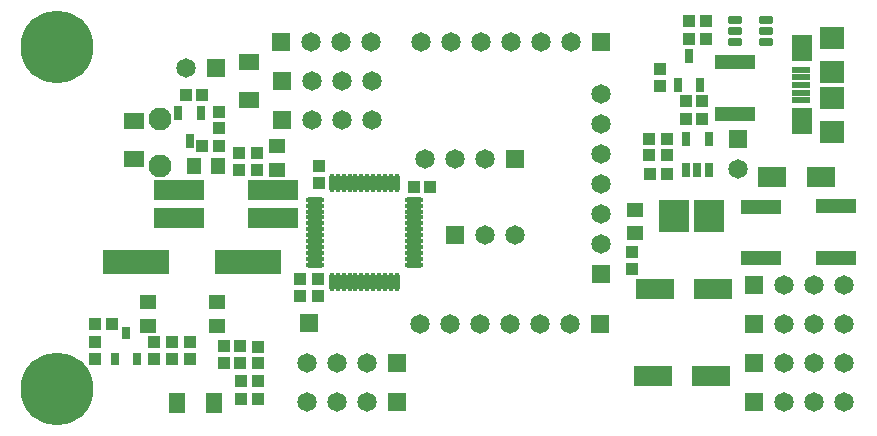
<source format=gts>
G04*
G04 #@! TF.GenerationSoftware,Altium Limited,Altium Designer,20.0.10 (225)*
G04*
G04 Layer_Color=8388736*
%FSLAX44Y44*%
%MOMM*%
G71*
G01*
G75*
%ADD14R,1.0000X1.0000*%
%ADD15R,1.0000X1.0000*%
%ADD16R,1.4000X1.1500*%
%ADD17R,1.3500X1.7500*%
%ADD18R,0.8000X1.1000*%
%ADD19R,1.1500X1.4000*%
%ADD20R,0.7500X1.2500*%
%ADD21R,1.7500X1.3500*%
%ADD22R,5.6500X2.1500*%
%ADD23R,4.2500X1.6700*%
%ADD24O,1.5500X0.4500*%
%ADD25O,0.4500X1.5500*%
G04:AMPARAMS|DCode=26|XSize=0.75mm|YSize=1.15mm|CornerRadius=0.15mm|HoleSize=0mm|Usage=FLASHONLY|Rotation=90.000|XOffset=0mm|YOffset=0mm|HoleType=Round|Shape=RoundedRectangle|*
%AMROUNDEDRECTD26*
21,1,0.7500,0.8500,0,0,90.0*
21,1,0.4500,1.1500,0,0,90.0*
1,1,0.3000,0.4250,0.2250*
1,1,0.3000,0.4250,-0.2250*
1,1,0.3000,-0.4250,-0.2250*
1,1,0.3000,-0.4250,0.2250*
%
%ADD26ROUNDEDRECTD26*%
%ADD27R,3.5000X1.1500*%
%ADD28R,0.7500X1.2500*%
%ADD29R,1.5500X0.5500*%
%ADD30R,1.7500X2.2500*%
%ADD31R,2.0500X1.9500*%
%ADD32R,2.0500X1.9000*%
%ADD33R,2.3500X1.7000*%
%ADD34R,2.5500X2.7500*%
%ADD35R,3.3000X1.7500*%
%ADD36C,1.6500*%
%ADD37R,1.6500X1.6500*%
%ADD38C,6.1500*%
%ADD39C,1.9500*%
%ADD40R,1.6500X1.6500*%
D14*
X210010Y75989D02*
D03*
Y61989D02*
D03*
X137010Y65989D02*
D03*
Y79990D02*
D03*
X152010Y65989D02*
D03*
Y79990D02*
D03*
X122010Y79990D02*
D03*
Y65989D02*
D03*
X72010D02*
D03*
Y79990D02*
D03*
X177010Y260989D02*
D03*
Y274990D02*
D03*
X194013Y239981D02*
D03*
Y225981D02*
D03*
X209010Y239990D02*
D03*
Y225990D02*
D03*
X245693Y119078D02*
D03*
Y133078D02*
D03*
X261010Y118989D02*
D03*
Y132990D02*
D03*
X262010Y214989D02*
D03*
Y228990D02*
D03*
X550010Y296990D02*
D03*
Y310990D02*
D03*
X556010Y251990D02*
D03*
Y237990D02*
D03*
X541010Y251990D02*
D03*
Y237990D02*
D03*
X527010Y141990D02*
D03*
Y155990D02*
D03*
D15*
X181010Y61989D02*
D03*
X195010D02*
D03*
X196010Y46989D02*
D03*
X210010D02*
D03*
Y31990D02*
D03*
X196010D02*
D03*
X195010Y76989D02*
D03*
X181010D02*
D03*
X86010Y94990D02*
D03*
X72010D02*
D03*
X163010Y245990D02*
D03*
X177010D02*
D03*
X163010Y288990D02*
D03*
X149010D02*
D03*
X572010Y283990D02*
D03*
X586010D02*
D03*
X589010Y336990D02*
D03*
X575010D02*
D03*
X589010Y351990D02*
D03*
X575010D02*
D03*
X586010Y268990D02*
D03*
X572010D02*
D03*
X542010Y221990D02*
D03*
X556010D02*
D03*
X342010Y210989D02*
D03*
X356010D02*
D03*
D16*
X175010Y113990D02*
D03*
Y93990D02*
D03*
X117010D02*
D03*
Y113990D02*
D03*
X529010Y171989D02*
D03*
Y191990D02*
D03*
X226010Y225990D02*
D03*
Y245990D02*
D03*
D17*
X141010Y27990D02*
D03*
X173010D02*
D03*
D18*
X88510Y65989D02*
D03*
X107510D02*
D03*
X98010Y87990D02*
D03*
D19*
X176010Y228990D02*
D03*
X156010D02*
D03*
D20*
X152010Y249989D02*
D03*
X142510Y273990D02*
D03*
X161510D02*
D03*
X575010Y321990D02*
D03*
X584510Y297990D02*
D03*
X565510D02*
D03*
D21*
X202010Y284989D02*
D03*
Y316989D02*
D03*
X105010Y266989D02*
D03*
Y234989D02*
D03*
D22*
X201510Y147990D02*
D03*
X106510D02*
D03*
D23*
X223010Y185389D02*
D03*
Y208589D02*
D03*
X143010D02*
D03*
Y185389D02*
D03*
D24*
X258010Y200490D02*
D03*
Y195490D02*
D03*
Y190490D02*
D03*
Y185490D02*
D03*
Y180490D02*
D03*
Y175490D02*
D03*
Y170490D02*
D03*
Y165490D02*
D03*
Y160490D02*
D03*
Y155490D02*
D03*
Y150490D02*
D03*
Y145490D02*
D03*
X342010D02*
D03*
Y150490D02*
D03*
Y155490D02*
D03*
Y160490D02*
D03*
Y165490D02*
D03*
Y170490D02*
D03*
Y175490D02*
D03*
Y180490D02*
D03*
Y185490D02*
D03*
Y190490D02*
D03*
Y195490D02*
D03*
Y200490D02*
D03*
D25*
X272510Y130990D02*
D03*
X277510D02*
D03*
X282510D02*
D03*
X287510D02*
D03*
X292510D02*
D03*
X297510D02*
D03*
X302510D02*
D03*
X307510D02*
D03*
X312510D02*
D03*
X317510D02*
D03*
X322510D02*
D03*
X327510D02*
D03*
Y214989D02*
D03*
X322510D02*
D03*
X317510D02*
D03*
X312510D02*
D03*
X307510D02*
D03*
X302510D02*
D03*
X297510D02*
D03*
X292510D02*
D03*
X287510D02*
D03*
X282510D02*
D03*
X277510D02*
D03*
X272510D02*
D03*
D26*
X640010Y343490D02*
D03*
Y333990D02*
D03*
X614010Y352990D02*
D03*
Y343490D02*
D03*
Y333990D02*
D03*
X640010Y352990D02*
D03*
D27*
X614010Y273240D02*
D03*
Y316740D02*
D03*
X636010Y151240D02*
D03*
Y194740D02*
D03*
X699010Y151490D02*
D03*
Y194990D02*
D03*
D28*
X572513Y251984D02*
D03*
X591513D02*
D03*
Y225984D02*
D03*
X582013D02*
D03*
X572513D02*
D03*
D29*
X669510Y284740D02*
D03*
Y291239D02*
D03*
Y297740D02*
D03*
Y304240D02*
D03*
Y310740D02*
D03*
D30*
X670510Y266740D02*
D03*
Y328740D02*
D03*
D31*
X696010Y257740D02*
D03*
Y337740D02*
D03*
D32*
Y286490D02*
D03*
Y308990D02*
D03*
D33*
X686510Y219990D02*
D03*
X645510D02*
D03*
D34*
X592010Y186990D02*
D03*
X562010D02*
D03*
D35*
X595510Y124990D02*
D03*
X546510D02*
D03*
X593510Y50990D02*
D03*
X544510D02*
D03*
D36*
X500010Y188390D02*
D03*
Y162990D02*
D03*
Y213790D02*
D03*
Y239190D02*
D03*
Y264590D02*
D03*
Y289990D02*
D03*
X149010Y311990D02*
D03*
X255410Y267990D02*
D03*
X280810D02*
D03*
X306210D02*
D03*
X255408Y301002D02*
D03*
X280807D02*
D03*
X306208D02*
D03*
X255010Y333989D02*
D03*
X280410D02*
D03*
X305810D02*
D03*
X616010Y226590D02*
D03*
X655010Y127990D02*
D03*
X680410D02*
D03*
X705810D02*
D03*
X655210Y28990D02*
D03*
X680610D02*
D03*
X706010D02*
D03*
X655407Y61997D02*
D03*
X680807D02*
D03*
X706208D02*
D03*
X655610Y94990D02*
D03*
X681010D02*
D03*
X706410D02*
D03*
X402410Y234989D02*
D03*
X377010D02*
D03*
X351610D02*
D03*
X427810Y170990D02*
D03*
X402410D02*
D03*
X449010Y94990D02*
D03*
X474410D02*
D03*
X423610D02*
D03*
X398210D02*
D03*
X372810D02*
D03*
X347410D02*
D03*
X302613Y61976D02*
D03*
X277213D02*
D03*
X251813D02*
D03*
X302613Y28977D02*
D03*
X277213D02*
D03*
X251813D02*
D03*
X347610Y333990D02*
D03*
X373010D02*
D03*
X398410D02*
D03*
X423810D02*
D03*
X474610D02*
D03*
X449210D02*
D03*
D37*
X500010Y137590D02*
D03*
X253010Y95990D02*
D03*
X616010Y251990D02*
D03*
D38*
X40000Y40000D02*
D03*
Y330000D02*
D03*
D39*
X127010Y268990D02*
D03*
Y228990D02*
D03*
D40*
X174410Y311990D02*
D03*
X230010Y267990D02*
D03*
X230007Y301002D02*
D03*
X229610Y333989D02*
D03*
X629610Y127990D02*
D03*
X629810Y28990D02*
D03*
X630008Y61997D02*
D03*
X630210Y94990D02*
D03*
X427810Y234989D02*
D03*
X377010Y170990D02*
D03*
X499810Y94990D02*
D03*
X328013Y61976D02*
D03*
Y28977D02*
D03*
X500010Y333990D02*
D03*
M02*

</source>
